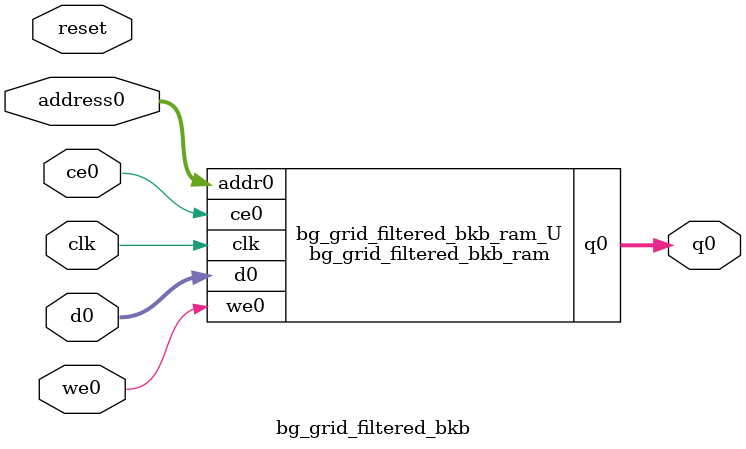
<source format=v>
`timescale 1 ns / 1 ps
module bg_grid_filtered_bkb_ram (addr0, ce0, d0, we0, q0,  clk);

parameter DWIDTH = 48;
parameter AWIDTH = 8;
parameter MEM_SIZE = 161;

input[AWIDTH-1:0] addr0;
input ce0;
input[DWIDTH-1:0] d0;
input we0;
output reg[DWIDTH-1:0] q0;
input clk;

(* ram_style = "block" *)reg [DWIDTH-1:0] ram[0:MEM_SIZE-1];




always @(posedge clk)  
begin 
    if (ce0) begin
        if (we0) 
            ram[addr0] <= d0; 
        q0 <= ram[addr0];
    end
end


endmodule

`timescale 1 ns / 1 ps
module bg_grid_filtered_bkb(
    reset,
    clk,
    address0,
    ce0,
    we0,
    d0,
    q0);

parameter DataWidth = 32'd48;
parameter AddressRange = 32'd161;
parameter AddressWidth = 32'd8;
input reset;
input clk;
input[AddressWidth - 1:0] address0;
input ce0;
input we0;
input[DataWidth - 1:0] d0;
output[DataWidth - 1:0] q0;



bg_grid_filtered_bkb_ram bg_grid_filtered_bkb_ram_U(
    .clk( clk ),
    .addr0( address0 ),
    .ce0( ce0 ),
    .we0( we0 ),
    .d0( d0 ),
    .q0( q0 ));

endmodule


</source>
